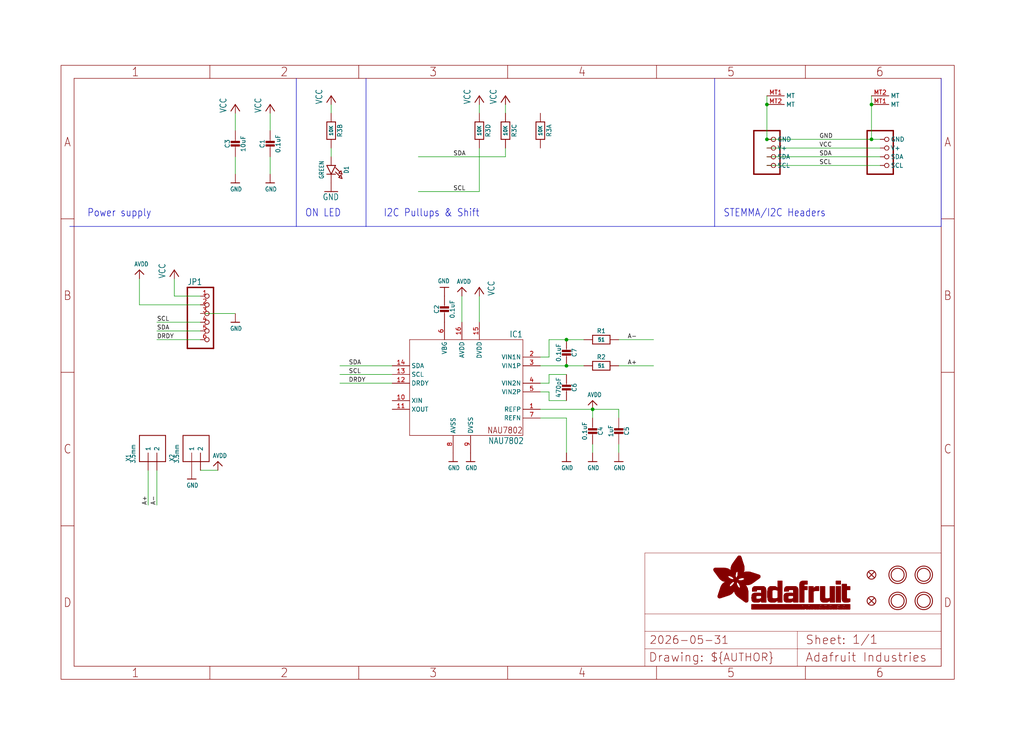
<source format=kicad_sch>
(kicad_sch (version 20230121) (generator eeschema)
  (paper "User" 298.45 217.322)
  (lib_symbols
    (symbol "working-eagle-import:AVDD" (power)
      (property "Value" "AVDD" (at -1.524 1.016 0))
      (symbol "AVDD_1_0"
        (pin power_in line (at 0 -2.54 90) (length 2.54) (name "AVDD") (number "1"))
      )
    )
    (symbol "working-eagle-import:CAP_CERAMIC0603_NO"
      (property "Reference" "C" (at -2.29 1.25 90))
      (symbol "CAP_CERAMIC0603_NO_1_0"
        (pin passive line (at 0 5.08 270) (length 2.54) (name "1") (number "1"))
        (pin passive line (at 0 -2.54 90) (length 2.54) (name "2") (number "2"))
      )
    )
    (symbol "working-eagle-import:CAP_CERAMIC0805-NOOUTLINE"
      (property "Reference" "C" (at -2.29 1.25 90))
      (symbol "CAP_CERAMIC0805-NOOUTLINE_1_0"
        (pin passive line (at 0 5.08 270) (length 2.54) (name "1") (number "1"))
        (pin passive line (at 0 -2.54 90) (length 2.54) (name "2") (number "2"))
      )
    )
    (symbol "working-eagle-import:FIDUCIAL_1MM")
    (symbol "working-eagle-import:FRAME_A4_ADAFRUIT"
      (symbol "FRAME_A4_ADAFRUIT_1_0"
        (text "${#}/${##}" (at 230.505 10.16 0) (effects (font (size 2.54 2.54)) (justify left bottom)))
        (text "${AUTHOR}" (at 189.23 5.08 0) (effects (font (size 2.286 2.286)) (justify left bottom)))
        (text "${CURRENT_DATE}" (at 171.45 10.16 0) (effects (font (size 2.286 2.286)) (justify left bottom)))
        (text "${PROJECTNAME}" (at 171.45 15.24 0) (effects (font (size 2.54 2.54)) (justify left bottom)))
        (text "1" (at 21.6958 1.905 0) (effects (font (size 2.54 2.286))))
        (text "1" (at 21.6958 177.165 0) (effects (font (size 2.54 2.286))))
        (text "2" (at 65.0875 1.905 0) (effects (font (size 2.54 2.286))))
        (text "2" (at 65.0875 177.165 0) (effects (font (size 2.54 2.286))))
        (text "3" (at 108.4792 1.905 0) (effects (font (size 2.54 2.286))))
        (text "3" (at 108.4792 177.165 0) (effects (font (size 2.54 2.286))))
        (text "4" (at 151.8708 1.905 0) (effects (font (size 2.54 2.286))))
        (text "4" (at 151.8708 177.165 0) (effects (font (size 2.54 2.286))))
        (text "5" (at 195.2625 1.905 0) (effects (font (size 2.54 2.286))))
        (text "5" (at 195.2625 177.165 0) (effects (font (size 2.54 2.286))))
        (text "6" (at 238.6542 1.905 0) (effects (font (size 2.54 2.286))))
        (text "6" (at 238.6542 177.165 0) (effects (font (size 2.54 2.286))))
        (text "A" (at 1.905 156.6863 0) (effects (font (size 2.54 2.286))))
        (text "A" (at 258.445 156.6863 0) (effects (font (size 2.54 2.286))))
        (text "Adafruit Industries" (at 216.916 4.953 0) (effects (font (size 2.54 2.54)) (justify left bottom)))
        (text "B" (at 1.905 111.9188 0) (effects (font (size 2.54 2.286))))
        (text "B" (at 258.445 111.9188 0) (effects (font (size 2.54 2.286))))
        (text "C" (at 1.905 67.1513 0) (effects (font (size 2.54 2.286))))
        (text "C" (at 258.445 67.1513 0) (effects (font (size 2.54 2.286))))
        (text "D" (at 1.905 22.3838 0) (effects (font (size 2.54 2.286))))
        (text "D" (at 258.445 22.3838 0) (effects (font (size 2.54 2.286))))
        (text "Drawing:" (at 171.196 4.953 0) (effects (font (size 2.54 2.54)) (justify left bottom)))
        (text "Sheet:" (at 216.916 10.033 0) (effects (font (size 2.54 2.54)) (justify left bottom)))
      )
    )
    (symbol "working-eagle-import:GND" (power)
      (property "Value" "GND" (at -1.524 -2.54 0))
      (symbol "GND_1_0"
        (pin power_in line (at 0 2.54 270) (length 2.54) (name "GND") (number "1"))
      )
    )
    (symbol "working-eagle-import:HEADER-1X670MIL"
      (property "Reference" "JP" (at -6.35 10.795 0))
      (symbol "HEADER-1X670MIL_1_0"
        (pin passive inverted (at -2.54 7.62 0) (length 2.54) (name "1") (number "1"))
        (pin passive inverted (at -2.54 5.08 0) (length 2.54) (name "2") (number "2"))
        (pin passive inverted (at -2.54 2.54 0) (length 2.54) (name "3") (number "3"))
        (pin passive inverted (at -2.54 0 0) (length 2.54) (name "4") (number "4"))
        (pin passive inverted (at -2.54 -2.54 0) (length 2.54) (name "5") (number "5"))
        (pin passive inverted (at -2.54 -5.08 0) (length 2.54) (name "6") (number "6"))
      )
    )
    (symbol "working-eagle-import:LED0603_NOOUTLINE"
      (property "Reference" "D" (at -1.27 4.445 0))
      (symbol "LED0603_NOOUTLINE_1_0"
        (pin passive line (at -5.08 0 0) (length 2.54) (name "A") (number "A"))
        (pin passive line (at 2.54 0 180) (length 2.54) (name "C") (number "C"))
      )
    )
    (symbol "working-eagle-import:MOUNTINGHOLE2.5")
    (symbol "working-eagle-import:NAU7802"
      (property "Reference" "IC" (at 17.78 17.78 0))
      (symbol "NAU7802_1_0"
        (text "NAU7802" (at 17.78 -10.16 0) (effects (font (size 1.778 1.5113)) (justify right top)))
        (pin input line (at 22.86 -5.08 180) (length 5.08) (name "REFP") (number "1"))
        (pin passive line (at -20.32 -2.54 0) (length 5.08) (name "XIN") (number "10"))
        (pin passive line (at -20.32 -5.08 0) (length 5.08) (name "XOUT") (number "11"))
        (pin output line (at -20.32 2.54 0) (length 5.08) (name "DRDY") (number "12"))
        (pin bidirectional line (at -20.32 5.08 0) (length 5.08) (name "SCL") (number "13"))
        (pin bidirectional line (at -20.32 7.62 0) (length 5.08) (name "SDA") (number "14"))
        (pin power_in line (at 5.08 20.32 270) (length 5.08) (name "DVDD") (number "15"))
        (pin power_in line (at 0 20.32 270) (length 5.08) (name "AVDD") (number "16"))
        (pin input line (at 22.86 10.16 180) (length 5.08) (name "VIN1N") (number "2"))
        (pin input line (at 22.86 7.62 180) (length 5.08) (name "VIN1P") (number "3"))
        (pin input line (at 22.86 2.54 180) (length 5.08) (name "VIN2N") (number "4"))
        (pin input line (at 22.86 0 180) (length 5.08) (name "VIN2P") (number "5"))
        (pin power_in line (at -5.08 20.32 270) (length 5.08) (name "VBG") (number "6"))
        (pin input line (at 22.86 -7.62 180) (length 5.08) (name "REFN") (number "7"))
        (pin power_in line (at -2.54 -17.78 90) (length 5.08) (name "AVSS") (number "8"))
        (pin power_in line (at 2.54 -17.78 90) (length 5.08) (name "DVSS") (number "9"))
      )
    )
    (symbol "working-eagle-import:RESISTOR_0603_NOOUT"
      (property "Reference" "R" (at 0 2.54 0))
      (symbol "RESISTOR_0603_NOOUT_1_0"
        (pin passive line (at -5.08 0 0) (length 2.54) (name "1") (number "1"))
        (pin passive line (at 5.08 0 180) (length 2.54) (name "2") (number "2"))
      )
    )
    (symbol "working-eagle-import:RESISTOR_4PACK"
      (property "Reference" "R" (at 0 2.54 0))
      (symbol "RESISTOR_4PACK_1_0"
        (pin passive line (at -5.08 0 0) (length 2.54) (name "1") (number "1"))
        (pin passive line (at 5.08 0 180) (length 2.54) (name "2") (number "8"))
      )
      (symbol "RESISTOR_4PACK_2_0"
        (pin passive line (at -5.08 0 0) (length 2.54) (name "1") (number "2"))
        (pin passive line (at 5.08 0 180) (length 2.54) (name "2") (number "7"))
      )
      (symbol "RESISTOR_4PACK_3_0"
        (pin passive line (at -5.08 0 0) (length 2.54) (name "1") (number "3"))
        (pin passive line (at 5.08 0 180) (length 2.54) (name "2") (number "6"))
      )
      (symbol "RESISTOR_4PACK_4_0"
        (pin passive line (at -5.08 0 0) (length 2.54) (name "1") (number "4"))
        (pin passive line (at 5.08 0 180) (length 2.54) (name "2") (number "5"))
      )
    )
    (symbol "working-eagle-import:STEMMA_I2C_QT"
      (symbol "STEMMA_I2C_QT_1_0"
        (pin passive inverted (at 0 5.08 0) (length 2.54) (name "GND") (number "1"))
        (pin passive inverted (at 0 2.54 0) (length 2.54) (name "V+") (number "2"))
        (pin passive inverted (at 0 0 0) (length 2.54) (name "SDA") (number "3"))
        (pin passive inverted (at 0 -2.54 0) (length 2.54) (name "SCL") (number "4"))
      )
      (symbol "STEMMA_I2C_QT_2_0"
        (pin bidirectional line (at 0 0 0) (length 5.08) (name "MT") (number "MT1"))
      )
      (symbol "STEMMA_I2C_QT_3_0"
        (pin bidirectional line (at 0 0 0) (length 5.08) (name "MT") (number "MT2"))
      )
    )
    (symbol "working-eagle-import:TERMBLOCK_1X2_3.5MM"
      (property "Reference" "X" (at -2.54 7.62 0))
      (symbol "TERMBLOCK_1X2_3.5MM_1_0"
        (pin passive line (at -5.08 2.54 0) (length 5.08) (name "1") (number "1"))
        (pin passive line (at -5.08 0 0) (length 5.08) (name "2") (number "2"))
      )
    )
    (symbol "working-eagle-import:VCC" (power)
      (property "Value" "VCC" (at -2.54 -2.54 90))
      (symbol "VCC_1_0"
        (pin power_in line (at 0 -2.54 90) (length 2.54) (name "VCC") (number "1"))
      )
    )
    (symbol "working-eagle-import:supply1_GND" (power)
      (property "Value" "supply1_GND" (at -2.54 -2.54 0))
      (symbol "supply1_GND_1_0"
        (pin power_in line (at 0 2.54 270) (length 2.54) (name "GND") (number "1"))
      )
    )
  )
  (junction (at 254 40.64))
  (junction (at 254 30.48))
  (junction (at 165.1 106.68))
  (junction (at 165.1 99.06))
  (junction (at 172.72 119.38))
  (junction (at 223.52 40.64))
  (junction (at 223.52 30.48))
  (wire (pts (xy 134.62 86.36) (xy 134.62 93.98)) (stroke (width 0.1524)))
  (wire (pts (xy 160.02 111.76) (xy 160.02 109.22)) (stroke (width 0.1524)))
  (polyline (pts (xy 86.36 22.86) (xy 86.36 66.04)) (stroke (width 0.1524) (type solid)))
  (wire (pts (xy 96.52 30.48) (xy 96.52 33.02)) (stroke (width 0.1524)))
  (wire (pts (xy 147.32 43.18) (xy 147.32 45.72)) (stroke (width 0.1524)))
  (wire (pts (xy 160.02 99.06) (xy 165.1 99.06)) (stroke (width 0.1524)))
  (wire (pts (xy 256.54 45.72) (xy 223.52 45.72)) (stroke (width 0.1524)))
  (polyline (pts (xy 274.32 22.86) (xy 274.32 66.04)) (stroke (width 0.1524) (type solid)))
  (wire (pts (xy 180.34 129.54) (xy 180.34 132.08)) (stroke (width 0.1524)))
  (wire (pts (xy 172.72 119.38) (xy 172.72 121.92)) (stroke (width 0.1524)))
  (wire (pts (xy 157.48 104.14) (xy 160.02 104.14)) (stroke (width 0.1524)))
  (wire (pts (xy 172.72 119.38) (xy 180.34 119.38)) (stroke (width 0.1524)))
  (wire (pts (xy 157.48 121.92) (xy 165.1 121.92)) (stroke (width 0.1524)))
  (wire (pts (xy 180.34 99.06) (xy 190.5 99.06)) (stroke (width 0.1524)))
  (wire (pts (xy 157.48 114.3) (xy 160.02 114.3)) (stroke (width 0.1524)))
  (polyline (pts (xy 106.68 22.86) (xy 106.68 66.04)) (stroke (width 0.1524) (type solid)))
  (wire (pts (xy 50.8 86.36) (xy 50.8 81.28)) (stroke (width 0.1524)))
  (polyline (pts (xy 20.32 66.04) (xy 86.36 66.04)) (stroke (width 0.1524) (type solid)))
  (wire (pts (xy 165.1 99.06) (xy 170.18 99.06)) (stroke (width 0.1524)))
  (wire (pts (xy 58.42 96.52) (xy 45.72 96.52)) (stroke (width 0.1524)))
  (wire (pts (xy 68.58 33.02) (xy 68.58 38.1)) (stroke (width 0.1524)))
  (wire (pts (xy 157.48 119.38) (xy 172.72 119.38)) (stroke (width 0.1524)))
  (wire (pts (xy 58.42 91.44) (xy 68.58 91.44)) (stroke (width 0.1524)))
  (wire (pts (xy 78.74 45.72) (xy 78.74 50.8)) (stroke (width 0.1524)))
  (wire (pts (xy 58.42 93.98) (xy 45.72 93.98)) (stroke (width 0.1524)))
  (wire (pts (xy 223.52 43.18) (xy 256.54 43.18)) (stroke (width 0.1524)))
  (wire (pts (xy 160.02 104.14) (xy 160.02 99.06)) (stroke (width 0.1524)))
  (wire (pts (xy 99.06 109.22) (xy 114.3 109.22)) (stroke (width 0.1524)))
  (wire (pts (xy 223.52 48.26) (xy 256.54 48.26)) (stroke (width 0.1524)))
  (wire (pts (xy 180.34 119.38) (xy 180.34 121.92)) (stroke (width 0.1524)))
  (wire (pts (xy 40.64 81.28) (xy 40.64 88.9)) (stroke (width 0.1524)))
  (wire (pts (xy 40.64 88.9) (xy 58.42 88.9)) (stroke (width 0.1524)))
  (wire (pts (xy 99.06 111.76) (xy 114.3 111.76)) (stroke (width 0.1524)))
  (wire (pts (xy 139.7 43.18) (xy 139.7 55.88)) (stroke (width 0.1524)))
  (wire (pts (xy 96.52 45.72) (xy 96.52 43.18)) (stroke (width 0.1524)))
  (wire (pts (xy 157.48 106.68) (xy 165.1 106.68)) (stroke (width 0.1524)))
  (wire (pts (xy 157.48 111.76) (xy 160.02 111.76)) (stroke (width 0.1524)))
  (wire (pts (xy 45.72 137.16) (xy 45.72 147.32)) (stroke (width 0.1524)))
  (wire (pts (xy 254 40.64) (xy 254 30.48)) (stroke (width 0.1524)))
  (wire (pts (xy 170.18 106.68) (xy 165.1 106.68)) (stroke (width 0.1524)))
  (wire (pts (xy 43.18 137.16) (xy 43.18 147.32)) (stroke (width 0.1524)))
  (polyline (pts (xy 106.68 66.04) (xy 208.28 66.04)) (stroke (width 0.1524) (type solid)))
  (polyline (pts (xy 208.28 22.86) (xy 208.28 66.04)) (stroke (width 0.1524) (type solid)))
  (wire (pts (xy 172.72 132.08) (xy 172.72 129.54)) (stroke (width 0.1524)))
  (wire (pts (xy 223.52 30.48) (xy 223.52 40.64)) (stroke (width 0.1524)))
  (wire (pts (xy 160.02 109.22) (xy 165.1 109.22)) (stroke (width 0.1524)))
  (wire (pts (xy 147.32 33.02) (xy 147.32 30.48)) (stroke (width 0.1524)))
  (wire (pts (xy 139.7 86.36) (xy 139.7 93.98)) (stroke (width 0.1524)))
  (wire (pts (xy 254 30.48) (xy 254 27.94)) (stroke (width 0.1524)))
  (wire (pts (xy 68.58 45.72) (xy 68.58 50.8)) (stroke (width 0.1524)))
  (wire (pts (xy 160.02 114.3) (xy 160.02 116.84)) (stroke (width 0.1524)))
  (wire (pts (xy 58.42 99.06) (xy 45.72 99.06)) (stroke (width 0.1524)))
  (wire (pts (xy 139.7 55.88) (xy 121.92 55.88)) (stroke (width 0.1524)))
  (wire (pts (xy 254 40.64) (xy 223.52 40.64)) (stroke (width 0.1524)))
  (wire (pts (xy 165.1 121.92) (xy 165.1 132.08)) (stroke (width 0.1524)))
  (polyline (pts (xy 208.28 66.04) (xy 274.32 66.04)) (stroke (width 0.1524) (type solid)))
  (wire (pts (xy 147.32 45.72) (xy 121.92 45.72)) (stroke (width 0.1524)))
  (wire (pts (xy 160.02 116.84) (xy 165.1 116.84)) (stroke (width 0.1524)))
  (wire (pts (xy 223.52 27.94) (xy 223.52 30.48)) (stroke (width 0.1524)))
  (wire (pts (xy 180.34 106.68) (xy 190.5 106.68)) (stroke (width 0.1524)))
  (wire (pts (xy 139.7 30.48) (xy 139.7 33.02)) (stroke (width 0.1524)))
  (wire (pts (xy 58.42 86.36) (xy 50.8 86.36)) (stroke (width 0.1524)))
  (wire (pts (xy 78.74 33.02) (xy 78.74 38.1)) (stroke (width 0.1524)))
  (polyline (pts (xy 86.36 66.04) (xy 106.68 66.04)) (stroke (width 0.1524) (type solid)))
  (wire (pts (xy 114.3 106.68) (xy 99.06 106.68)) (stroke (width 0.1524)))
  (wire (pts (xy 63.5 137.16) (xy 58.42 137.16)) (stroke (width 0.1524)))
  (wire (pts (xy 256.54 40.64) (xy 254 40.64)) (stroke (width 0.1524)))
  (text "I2C Pullups & Shift" (at 111.76 63.5 0) (effects (font (size 2.1844 1.8567)) (justify left bottom)))
  (text "STEMMA/I2C Headers" (at 210.82 63.5 0) (effects (font (size 2.1844 1.8567)) (justify left bottom)))
  (text "ON LED" (at 88.9 63.5 0) (effects (font (size 2.1844 1.8567)) (justify left bottom)))
  (text "Power supply" (at 25.4 63.5 0) (effects (font (size 2.1844 1.8567)) (justify left bottom)))
  (label "SDA" (at 101.6 106.68 0) (effects (font (size 1.2446 1.2446))))
  (label "SCL" (at 101.6 109.22 0) (effects (font (size 1.2446 1.2446))))
  (label "SCL" (at 238.76 48.26 0) (effects (font (size 1.2446 1.2446))))
  (label "A+" (at 43.18 147.32 90) (effects (font (size 1.2446 1.2446))))
  (label "A+" (at 182.88 106.68 0) (effects (font (size 1.2446 1.2446))))
  (label "DRDY" (at 101.6 111.76 0) (effects (font (size 1.2446 1.2446))))
  (label "DRDY" (at 45.72 99.06 0) (effects (font (size 1.2446 1.2446))))
  (label "SCL" (at 132.08 55.88 0) (effects (font (size 1.2446 1.2446))))
  (label "A-" (at 45.72 147.32 90) (effects (font (size 1.2446 1.2446))))
  (label "SDA" (at 238.76 45.72 0) (effects (font (size 1.2446 1.2446))))
  (label "A-" (at 182.88 99.06 0) (effects (font (size 1.2446 1.2446))))
  (label "SCL" (at 45.72 93.98 0) (effects (font (size 1.2446 1.2446))))
  (label "VCC" (at 238.76 43.18 0) (effects (font (size 1.2446 1.2446))))
  (label "SDA" (at 132.08 45.72 0) (effects (font (size 1.2446 1.2446))))
  (label "GND" (at 238.76 40.64 0) (effects (font (size 1.2446 1.2446))))
  (label "SDA" (at 45.72 96.52 0) (effects (font (size 1.2446 1.2446))))
  (symbol (lib_id "working-eagle-import:AVDD") (at 172.72 116.84 0) (unit 1)
    (property "Reference" "#U$11" (effects hide))
    (property "Value" "AVDD" (at 171.196 115.824 0) (effects (font (size 1.27 1.0795)) (justify left bottom)))
  )
  (symbol (lib_id "working-eagle-import:GND") (at 165.1 134.62 0) (unit 1)
    (property "Reference" "#U$4" (effects hide))
    (property "Value" "GND" (at 163.576 137.16 0) (effects (font (size 1.27 1.0795)) (justify left bottom)))
  )
  (symbol (lib_id "working-eagle-import:STEMMA_I2C_QT") (at 223.52 30.48 0) (unit 3)
    (property "Reference" "CONN3" (effects hide))
    (property "Value" "STEMMA_I2C_QT" (effects hide))
    (property "Footprint" "working:JST_SH4" (effects hide))
  )
  (symbol (lib_id "working-eagle-import:STEMMA_I2C_QT") (at 223.52 45.72 0) (unit 1)
    (property "Reference" "CONN3" (effects hide))
    (property "Value" "STEMMA_I2C_QT" (effects hide))
    (property "Footprint" "working:JST_SH4" (effects hide))
  )
  (symbol (lib_id "working-eagle-import:FRAME_A4_ADAFRUIT") (at 17.78 198.12 0) (unit 1)
    (property "Reference" "#U$18" (effects hide))
    (property "Value" "FRAME_A4_ADAFRUIT" (effects hide))
  )
  (symbol (lib_id "working-eagle-import:VCC") (at 78.74 30.48 0) (unit 1)
    (property "Reference" "#P+3" (effects hide))
    (property "Value" "VCC" (at 76.2 33.02 90) (effects (font (size 1.778 1.5113)) (justify left bottom)))
  )
  (symbol (lib_id "working-eagle-import:MOUNTINGHOLE2.5") (at 269.24 175.26 0) (unit 1)
    (property "Reference" "U$21" (effects hide))
    (property "Value" "MOUNTINGHOLE2.5" (effects hide))
    (property "Footprint" "working:MOUNTINGHOLE_2.5_PLATED" (effects hide))
  )
  (symbol (lib_id "working-eagle-import:FIDUCIAL_1MM") (at 254 167.64 0) (unit 1)
    (property "Reference" "FID4" (effects hide))
    (property "Value" "FIDUCIAL_1MM" (effects hide))
    (property "Footprint" "working:FIDUCIAL_1MM" (effects hide))
  )
  (symbol (lib_id "working-eagle-import:HEADER-1X670MIL") (at 60.96 93.98 0) (unit 1)
    (property "Reference" "JP1" (at 54.61 83.185 0) (effects (font (size 1.778 1.5113)) (justify left bottom)))
    (property "Value" "HEADER-1X670MIL" (effects hide))
    (property "Footprint" "working:1X06_ROUND_70" (effects hide))
  )
  (symbol (lib_id "working-eagle-import:MOUNTINGHOLE2.5") (at 261.62 167.64 0) (unit 1)
    (property "Reference" "U$17" (effects hide))
    (property "Value" "MOUNTINGHOLE2.5" (effects hide))
    (property "Footprint" "working:MOUNTINGHOLE_2.5_PLATED" (effects hide))
  )
  (symbol (lib_id "working-eagle-import:AVDD") (at 134.62 83.82 0) (unit 1)
    (property "Reference" "#U$9" (effects hide))
    (property "Value" "AVDD" (at 133.096 82.804 0) (effects (font (size 1.27 1.0795)) (justify left bottom)))
  )
  (symbol (lib_id "working-eagle-import:RESISTOR_4PACK") (at 139.7 38.1 270) (unit 4)
    (property "Reference" "R3" (at 142.24 38.1 0))
    (property "Value" "10K" (at 139.7 38.1 0) (effects (font (size 1.016 1.016) bold)))
    (property "Footprint" "working:RESPACK_4X0603" (effects hide))
  )
  (symbol (lib_id "working-eagle-import:VCC") (at 50.8 78.74 0) (unit 1)
    (property "Reference" "#P+4" (effects hide))
    (property "Value" "VCC" (at 48.26 81.28 90) (effects (font (size 1.778 1.5113)) (justify left bottom)))
  )
  (symbol (lib_id "working-eagle-import:GND") (at 68.58 53.34 0) (unit 1)
    (property "Reference" "#U$5" (effects hide))
    (property "Value" "GND" (at 67.056 55.88 0) (effects (font (size 1.27 1.0795)) (justify left bottom)))
  )
  (symbol (lib_id "working-eagle-import:CAP_CERAMIC0603_NO") (at 165.1 101.6 180) (unit 1)
    (property "Reference" "C7" (at 167.39 102.85 90))
    (property "Value" "0.1uF" (at 162.8 102.85 90))
    (property "Footprint" "working:0603-NO" (effects hide))
  )
  (symbol (lib_id "working-eagle-import:GND") (at 129.54 83.82 180) (unit 1)
    (property "Reference" "#U$7" (effects hide))
    (property "Value" "GND" (at 131.064 81.28 0) (effects (font (size 1.27 1.0795)) (justify left bottom)))
  )
  (symbol (lib_id "working-eagle-import:CAP_CERAMIC0603_NO") (at 172.72 124.46 180) (unit 1)
    (property "Reference" "C4" (at 175.01 125.71 90))
    (property "Value" "0.1uF" (at 170.42 125.71 90))
    (property "Footprint" "working:0603-NO" (effects hide))
  )
  (symbol (lib_id "working-eagle-import:GND") (at 78.74 53.34 0) (unit 1)
    (property "Reference" "#U$6" (effects hide))
    (property "Value" "GND" (at 77.216 55.88 0) (effects (font (size 1.27 1.0795)) (justify left bottom)))
  )
  (symbol (lib_id "working-eagle-import:RESISTOR_0603_NOOUT") (at 175.26 99.06 0) (unit 1)
    (property "Reference" "R1" (at 175.26 96.52 0))
    (property "Value" "51" (at 175.26 99.06 0) (effects (font (size 1.016 1.016) bold)))
    (property "Footprint" "working:0603-NO" (effects hide))
  )
  (symbol (lib_id "working-eagle-import:STEMMA_I2C_QT") (at 254 30.48 0) (unit 2)
    (property "Reference" "CONN4" (effects hide))
    (property "Value" "STEMMA_I2C_QT" (effects hide))
    (property "Footprint" "working:JST_SH4" (effects hide))
  )
  (symbol (lib_id "working-eagle-import:LED0603_NOOUTLINE") (at 96.52 50.8 270) (unit 1)
    (property "Reference" "D1" (at 100.965 49.53 0) (effects (font (size 1.27 1.0795))))
    (property "Value" "GREEN" (at 93.726 49.53 0) (effects (font (size 1.27 1.0795))))
    (property "Footprint" "working:CHIPLED_0603_NOOUTLINE" (effects hide))
  )
  (symbol (lib_id "working-eagle-import:GND") (at 132.08 134.62 0) (unit 1)
    (property "Reference" "#U$2" (effects hide))
    (property "Value" "GND" (at 130.556 137.16 0) (effects (font (size 1.27 1.0795)) (justify left bottom)))
  )
  (symbol (lib_id "working-eagle-import:GND") (at 172.72 134.62 0) (unit 1)
    (property "Reference" "#U$8" (effects hide))
    (property "Value" "GND" (at 171.196 137.16 0) (effects (font (size 1.27 1.0795)) (justify left bottom)))
  )
  (symbol (lib_id "working-eagle-import:STEMMA_I2C_QT") (at 256.54 45.72 0) (unit 1)
    (property "Reference" "CONN4" (effects hide))
    (property "Value" "STEMMA_I2C_QT" (effects hide))
    (property "Footprint" "working:JST_SH4" (effects hide))
  )
  (symbol (lib_id "working-eagle-import:AVDD") (at 63.5 134.62 0) (unit 1)
    (property "Reference" "#U$14" (effects hide))
    (property "Value" "AVDD" (at 61.976 133.604 0) (effects (font (size 1.27 1.0795)) (justify left bottom)))
  )
  (symbol (lib_id "working-eagle-import:CAP_CERAMIC0603_NO") (at 78.74 43.18 0) (unit 1)
    (property "Reference" "C1" (at 76.45 41.93 90))
    (property "Value" "0.1uF" (at 81.04 41.93 90))
    (property "Footprint" "working:0603-NO" (effects hide))
  )
  (symbol (lib_id "working-eagle-import:VCC") (at 68.58 30.48 0) (unit 1)
    (property "Reference" "#P+5" (effects hide))
    (property "Value" "VCC" (at 66.04 33.02 90) (effects (font (size 1.778 1.5113)) (justify left bottom)))
  )
  (symbol (lib_id "working-eagle-import:CAP_CERAMIC0603_NO") (at 165.1 111.76 180) (unit 1)
    (property "Reference" "C6" (at 167.39 113.01 90))
    (property "Value" "470pF" (at 162.8 113.01 90))
    (property "Footprint" "working:0603-NO" (effects hide))
  )
  (symbol (lib_id "working-eagle-import:VCC") (at 96.52 27.94 0) (unit 1)
    (property "Reference" "#P+6" (effects hide))
    (property "Value" "VCC" (at 93.98 30.48 90) (effects (font (size 1.778 1.5113)) (justify left bottom)))
  )
  (symbol (lib_id "working-eagle-import:CAP_CERAMIC0805-NOOUTLINE") (at 68.58 43.18 0) (unit 1)
    (property "Reference" "C3" (at 66.29 41.93 90))
    (property "Value" "10uF" (at 70.88 41.93 90))
    (property "Footprint" "working:0805-NO" (effects hide))
  )
  (symbol (lib_id "working-eagle-import:CAP_CERAMIC0603_NO") (at 180.34 124.46 180) (unit 1)
    (property "Reference" "C5" (at 182.63 125.71 90))
    (property "Value" "1uF" (at 178.04 125.71 90))
    (property "Footprint" "working:0603-NO" (effects hide))
  )
  (symbol (lib_id "working-eagle-import:AVDD") (at 40.64 78.74 0) (unit 1)
    (property "Reference" "#U$13" (effects hide))
    (property "Value" "AVDD" (at 39.116 77.724 0) (effects (font (size 1.27 1.0795)) (justify left bottom)))
  )
  (symbol (lib_id "working-eagle-import:NAU7802") (at 134.62 114.3 0) (unit 1)
    (property "Reference" "IC1" (at 152.4 96.52 0) (effects (font (size 1.778 1.5113)) (justify right top)))
    (property "Value" "NAU7802" (at 142.24 129.54 0) (effects (font (size 1.778 1.5113)) (justify left bottom)))
    (property "Footprint" "working:SOIC16_NARROW" (effects hide))
  )
  (symbol (lib_id "working-eagle-import:MOUNTINGHOLE2.5") (at 269.24 167.64 0) (unit 1)
    (property "Reference" "U$19" (effects hide))
    (property "Value" "MOUNTINGHOLE2.5" (effects hide))
    (property "Footprint" "working:MOUNTINGHOLE_2.5_PLATED" (effects hide))
  )
  (symbol (lib_id "working-eagle-import:GND") (at 68.58 93.98 0) (unit 1)
    (property "Reference" "#U$10" (effects hide))
    (property "Value" "GND" (at 67.056 96.52 0) (effects (font (size 1.27 1.0795)) (justify left bottom)))
  )
  (symbol (lib_id "working-eagle-import:GND") (at 180.34 134.62 0) (unit 1)
    (property "Reference" "#U$12" (effects hide))
    (property "Value" "GND" (at 178.816 137.16 0) (effects (font (size 1.27 1.0795)) (justify left bottom)))
  )
  (symbol (lib_id "working-eagle-import:RESISTOR_4PACK") (at 147.32 38.1 270) (unit 3)
    (property "Reference" "R3" (at 149.86 38.1 0))
    (property "Value" "10K" (at 147.32 38.1 0) (effects (font (size 1.016 1.016) bold)))
    (property "Footprint" "working:RESPACK_4X0603" (effects hide))
  )
  (symbol (lib_id "working-eagle-import:MOUNTINGHOLE2.5") (at 261.62 175.26 0) (unit 1)
    (property "Reference" "U$1" (effects hide))
    (property "Value" "MOUNTINGHOLE2.5" (effects hide))
    (property "Footprint" "working:MOUNTINGHOLE_2.5_PLATED" (effects hide))
  )
  (symbol (lib_id "working-eagle-import:GND") (at 55.88 139.7 0) (unit 1)
    (property "Reference" "#U$15" (effects hide))
    (property "Value" "GND" (at 54.356 142.24 0) (effects (font (size 1.27 1.0795)) (justify left bottom)))
  )
  (symbol (lib_id "working-eagle-import:RESISTOR_4PACK") (at 157.48 38.1 270) (unit 1)
    (property "Reference" "R3" (at 160.02 38.1 0))
    (property "Value" "10K" (at 157.48 38.1 0) (effects (font (size 1.016 1.016) bold)))
    (property "Footprint" "working:RESPACK_4X0603" (effects hide))
  )
  (symbol (lib_id "working-eagle-import:supply1_GND") (at 96.52 55.88 0) (unit 1)
    (property "Reference" "#GND6" (effects hide))
    (property "Value" "GND" (at 93.98 58.42 0) (effects (font (size 1.778 1.5113)) (justify left bottom)))
  )
  (symbol (lib_id "working-eagle-import:STEMMA_I2C_QT") (at 223.52 27.94 0) (unit 2)
    (property "Reference" "CONN3" (effects hide))
    (property "Value" "STEMMA_I2C_QT" (effects hide))
    (property "Footprint" "working:JST_SH4" (effects hide))
  )
  (symbol (lib_id "working-eagle-import:STEMMA_I2C_QT") (at 254 27.94 0) (unit 3)
    (property "Reference" "CONN4" (effects hide))
    (property "Value" "STEMMA_I2C_QT" (effects hide))
    (property "Footprint" "working:JST_SH4" (effects hide))
  )
  (symbol (lib_id "working-eagle-import:VCC") (at 139.7 83.82 0) (mirror y) (unit 1)
    (property "Reference" "#P+7" (effects hide))
    (property "Value" "VCC" (at 142.24 86.36 90) (effects (font (size 1.778 1.5113)) (justify left bottom)))
  )
  (symbol (lib_id "working-eagle-import:RESISTOR_0603_NOOUT") (at 175.26 106.68 0) (unit 1)
    (property "Reference" "R2" (at 175.26 104.14 0))
    (property "Value" "51" (at 175.26 106.68 0) (effects (font (size 1.016 1.016) bold)))
    (property "Footprint" "working:0603-NO" (effects hide))
  )
  (symbol (lib_id "working-eagle-import:FIDUCIAL_1MM") (at 254 175.26 0) (unit 1)
    (property "Reference" "FID3" (effects hide))
    (property "Value" "FIDUCIAL_1MM" (effects hide))
    (property "Footprint" "working:FIDUCIAL_1MM" (effects hide))
  )
  (symbol (lib_id "working-eagle-import:TERMBLOCK_1X2_3.5MM") (at 45.72 132.08 90) (unit 1)
    (property "Reference" "X1" (at 38.1 134.62 0) (effects (font (size 1.27 1.0795)) (justify left bottom)))
    (property "Value" "3.5mm" (at 38.1 129.54 0) (effects (font (size 1.27 1.0795)) (justify right top)))
    (property "Footprint" "working:TERMBLOCK_1X2-3.5MM" (effects hide))
  )
  (symbol (lib_id "working-eagle-import:RESISTOR_4PACK") (at 96.52 38.1 270) (unit 2)
    (property "Reference" "R3" (at 99.06 38.1 0))
    (property "Value" "10K" (at 96.52 38.1 0) (effects (font (size 1.016 1.016) bold)))
    (property "Footprint" "working:RESPACK_4X0603" (effects hide))
  )
  (symbol (lib_id "working-eagle-import:CAP_CERAMIC0603_NO") (at 129.54 91.44 0) (unit 1)
    (property "Reference" "C2" (at 127.25 90.19 90))
    (property "Value" "0.1uF" (at 131.84 90.19 90))
    (property "Footprint" "working:0603-NO" (effects hide))
  )
  (symbol (lib_id "working-eagle-import:VCC") (at 147.32 27.94 0) (unit 1)
    (property "Reference" "#P+2" (effects hide))
    (property "Value" "VCC" (at 144.78 30.48 90) (effects (font (size 1.778 1.5113)) (justify left bottom)))
  )
  (symbol (lib_id "working-eagle-import:TERMBLOCK_1X2_3.5MM") (at 58.42 132.08 90) (unit 1)
    (property "Reference" "X2" (at 50.8 134.62 0) (effects (font (size 1.27 1.0795)) (justify left bottom)))
    (property "Value" "3.5mm" (at 50.8 129.54 0) (effects (font (size 1.27 1.0795)) (justify right top)))
    (property "Footprint" "working:TERMBLOCK_1X2-3.5MM" (effects hide))
  )
  (symbol (lib_id "working-eagle-import:GND") (at 137.16 134.62 0) (unit 1)
    (property "Reference" "#U$3" (effects hide))
    (property "Value" "GND" (at 135.636 137.16 0) (effects (font (size 1.27 1.0795)) (justify left bottom)))
  )
  (symbol (lib_id "working-eagle-import:VCC") (at 139.7 27.94 0) (unit 1)
    (property "Reference" "#P+1" (effects hide))
    (property "Value" "VCC" (at 137.16 30.48 90) (effects (font (size 1.778 1.5113)) (justify left bottom)))
  )
)
</source>
